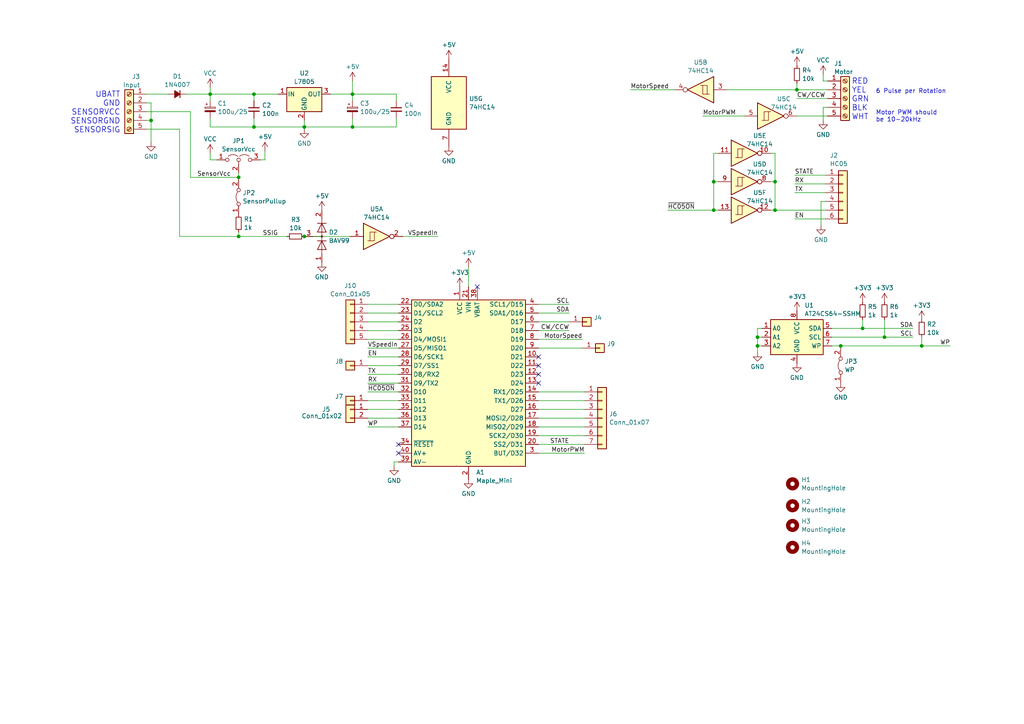
<source format=kicad_sch>
(kicad_sch (version 20230121) (generator eeschema)
  (paper "A4")
  (title_block (title "Tachokonverter") (date "2024-04-25") (rev "v0.2") (company "100% Offner") (comment 1 "v0.1: Initial") (comment 2 "v0.2: ch. U5, moved some pins around"))
  (lib_symbols
    (symbol "74xx:74HC14" (pin_names (offset 1.016))
      (property "Reference" "U" (at 0 1.27 0))
      (property "Value" "74HC14" (at 0 -1.27 0))
      (symbol "74HC14_1_0"
        (polyline (pts (xy -3.81 3.81) (xy -3.81 -3.81) (xy 3.81 0) (xy -3.81 3.81)) (stroke (width 0.254)) (fill (type background)))
        (pin input line (at -7.62 0 0) (length 3.81) (name "~") (number "1"))
        (pin output inverted (at 7.62 0 180) (length 3.81) (name "~") (number "2"))
      )
      (symbol "74HC14_1_1"
        (polyline (pts (xy -1.905 -1.27) (xy -1.905 1.27) (xy -0.635 1.27)))
        (polyline (pts (xy -2.54 -1.27) (xy -0.635 -1.27) (xy -0.635 1.27) (xy 0 1.27)))
      )
      (symbol "74HC14_2_0"
        (polyline (pts (xy -3.81 3.81) (xy -3.81 -3.81) (xy 3.81 0) (xy -3.81 3.81)) (stroke (width 0.254)) (fill (type background)))
        (pin input line (at -7.62 0 0) (length 3.81) (name "~") (number "3"))
        (pin output inverted (at 7.62 0 180) (length 3.81) (name "~") (number "4"))
      )
      (symbol "74HC14_2_1"
        (polyline (pts (xy -1.905 -1.27) (xy -1.905 1.27) (xy -0.635 1.27)))
        (polyline (pts (xy -2.54 -1.27) (xy -0.635 -1.27) (xy -0.635 1.27) (xy 0 1.27)))
      )
      (symbol "74HC14_3_0"
        (polyline (pts (xy -3.81 3.81) (xy -3.81 -3.81) (xy 3.81 0) (xy -3.81 3.81)) (stroke (width 0.254)) (fill (type background)))
        (pin input line (at -7.62 0 0) (length 3.81) (name "~") (number "5"))
        (pin output inverted (at 7.62 0 180) (length 3.81) (name "~") (number "6"))
      )
      (symbol "74HC14_3_1"
        (polyline (pts (xy -1.905 -1.27) (xy -1.905 1.27) (xy -0.635 1.27)))
        (polyline (pts (xy -2.54 -1.27) (xy -0.635 -1.27) (xy -0.635 1.27) (xy 0 1.27)))
      )
      (symbol "74HC14_4_0"
        (polyline (pts (xy -3.81 3.81) (xy -3.81 -3.81) (xy 3.81 0) (xy -3.81 3.81)) (stroke (width 0.254)) (fill (type background)))
        (pin output inverted (at 7.62 0 180) (length 3.81) (name "~") (number "8"))
        (pin input line (at -7.62 0 0) (length 3.81) (name "~") (number "9"))
      )
      (symbol "74HC14_4_1"
        (polyline (pts (xy -1.905 -1.27) (xy -1.905 1.27) (xy -0.635 1.27)))
        (polyline (pts (xy -2.54 -1.27) (xy -0.635 -1.27) (xy -0.635 1.27) (xy 0 1.27)))
      )
      (symbol "74HC14_5_0"
        (polyline (pts (xy -3.81 3.81) (xy -3.81 -3.81) (xy 3.81 0) (xy -3.81 3.81)) (stroke (width 0.254)) (fill (type background)))
        (pin output inverted (at 7.62 0 180) (length 3.81) (name "~") (number "10"))
        (pin input line (at -7.62 0 0) (length 3.81) (name "~") (number "11"))
      )
      (symbol "74HC14_5_1"
        (polyline (pts (xy -1.905 -1.27) (xy -1.905 1.27) (xy -0.635 1.27)))
        (polyline (pts (xy -2.54 -1.27) (xy -0.635 -1.27) (xy -0.635 1.27) (xy 0 1.27)))
      )
      (symbol "74HC14_6_0"
        (polyline (pts (xy -3.81 3.81) (xy -3.81 -3.81) (xy 3.81 0) (xy -3.81 3.81)) (stroke (width 0.254)) (fill (type background)))
        (pin output inverted (at 7.62 0 180) (length 3.81) (name "~") (number "12"))
        (pin input line (at -7.62 0 0) (length 3.81) (name "~") (number "13"))
      )
      (symbol "74HC14_6_1"
        (polyline (pts (xy -1.905 -1.27) (xy -1.905 1.27) (xy -0.635 1.27)))
        (polyline (pts (xy -2.54 -1.27) (xy -0.635 -1.27) (xy -0.635 1.27) (xy 0 1.27)))
      )
      (symbol "74HC14_7_0"
        (pin power_in line (at 0 12.7 270) (length 5.08) (name "VCC") (number "14"))
        (pin power_in line (at 0 -12.7 90) (length 5.08) (name "GND") (number "7"))
      )
      (symbol "74HC14_7_1"
        (rectangle (start -5.08 7.62) (end 5.08 -7.62) (stroke (width 0.254)) (fill (type background)))
      )
    )
    (symbol "Connector:Screw_Terminal_01x05" (pin_names (offset 1.016) hide)
      (property "Reference" "J" (at 0 7.62 0))
      (property "Value" "Screw_Terminal_01x05" (at 0 -7.62 0))
      (symbol "Screw_Terminal_01x05_1_1"
        (rectangle (start -1.27 6.35) (end 1.27 -6.35) (stroke (width 0.254)) (fill (type background)))
        (circle (center 0 -5.08) (radius 0.635) (stroke (width 0.1524)))
        (circle (center 0 -2.54) (radius 0.635) (stroke (width 0.1524)))
        (polyline (pts (xy -0.5334 -4.7498) (xy 0.3302 -5.588)) (stroke (width 0.1524)))
        (polyline (pts (xy -0.5334 -2.2098) (xy 0.3302 -3.048)) (stroke (width 0.1524)))
        (polyline (pts (xy -0.5334 0.3302) (xy 0.3302 -0.508)) (stroke (width 0.1524)))
        (polyline (pts (xy -0.5334 2.8702) (xy 0.3302 2.032)) (stroke (width 0.1524)))
        (polyline (pts (xy -0.5334 5.4102) (xy 0.3302 4.572)) (stroke (width 0.1524)))
        (polyline (pts (xy -0.3556 -4.572) (xy 0.508 -5.4102)) (stroke (width 0.1524)))
        (polyline (pts (xy -0.3556 -2.032) (xy 0.508 -2.8702)) (stroke (width 0.1524)))
        (polyline (pts (xy -0.3556 0.508) (xy 0.508 -0.3302)) (stroke (width 0.1524)))
        (polyline (pts (xy -0.3556 3.048) (xy 0.508 2.2098)) (stroke (width 0.1524)))
        (polyline (pts (xy -0.3556 5.588) (xy 0.508 4.7498)) (stroke (width 0.1524)))
        (circle (center 0 0) (radius 0.635) (stroke (width 0.1524)))
        (circle (center 0 2.54) (radius 0.635) (stroke (width 0.1524)))
        (circle (center 0 5.08) (radius 0.635) (stroke (width 0.1524)))
        (pin passive line (at -5.08 5.08 0) (length 3.81) (name "Pin_1") (number "1"))
        (pin passive line (at -5.08 2.54 0) (length 3.81) (name "Pin_2") (number "2"))
        (pin passive line (at -5.08 0 0) (length 3.81) (name "Pin_3") (number "3"))
        (pin passive line (at -5.08 -2.54 0) (length 3.81) (name "Pin_4") (number "4"))
        (pin passive line (at -5.08 -5.08 0) (length 3.81) (name "Pin_5") (number "5"))
      )
    )
    (symbol "Connector_Generic:Conn_01x01" (pin_names (offset 1.016) hide)
      (property "Reference" "J" (at 0 2.54 0))
      (property "Value" "Conn_01x01" (at 0 -2.54 0))
      (symbol "Conn_01x01_1_1"
        (rectangle (start -1.27 0.127) (end 0 -0.127) (stroke (width 0.1524)))
        (rectangle (start -1.27 1.27) (end 1.27 -1.27) (stroke (width 0.254)) (fill (type background)))
        (pin passive line (at -5.08 0 0) (length 3.81) (name "Pin_1") (number "1"))
      )
    )
    (symbol "Connector_Generic:Conn_01x02" (pin_names (offset 1.016) hide)
      (property "Reference" "J" (at 0 2.54 0))
      (property "Value" "Conn_01x02" (at 0 -5.08 0))
      (symbol "Conn_01x02_1_1"
        (rectangle (start -1.27 -2.413) (end 0 -2.667) (stroke (width 0.1524)))
        (rectangle (start -1.27 0.127) (end 0 -0.127) (stroke (width 0.1524)))
        (rectangle (start -1.27 1.27) (end 1.27 -3.81) (stroke (width 0.254)) (fill (type background)))
        (pin passive line (at -5.08 0 0) (length 3.81) (name "Pin_1") (number "1"))
        (pin passive line (at -5.08 -2.54 0) (length 3.81) (name "Pin_2") (number "2"))
      )
    )
    (symbol "Connector_Generic:Conn_01x05" (pin_names (offset 1.016) hide)
      (property "Reference" "J" (at 0 7.62 0))
      (property "Value" "Conn_01x05" (at 0 -7.62 0))
      (symbol "Conn_01x05_1_1"
        (rectangle (start -1.27 -4.953) (end 0 -5.207) (stroke (width 0.1524)))
        (rectangle (start -1.27 -2.413) (end 0 -2.667) (stroke (width 0.1524)))
        (rectangle (start -1.27 0.127) (end 0 -0.127) (stroke (width 0.1524)))
        (rectangle (start -1.27 2.667) (end 0 2.413) (stroke (width 0.1524)))
        (rectangle (start -1.27 5.207) (end 0 4.953) (stroke (width 0.1524)))
        (rectangle (start -1.27 6.35) (end 1.27 -6.35) (stroke (width 0.254)) (fill (type background)))
        (pin passive line (at -5.08 5.08 0) (length 3.81) (name "Pin_1") (number "1"))
        (pin passive line (at -5.08 2.54 0) (length 3.81) (name "Pin_2") (number "2"))
        (pin passive line (at -5.08 0 0) (length 3.81) (name "Pin_3") (number "3"))
        (pin passive line (at -5.08 -2.54 0) (length 3.81) (name "Pin_4") (number "4"))
        (pin passive line (at -5.08 -5.08 0) (length 3.81) (name "Pin_5") (number "5"))
      )
    )
    (symbol "Connector_Generic:Conn_01x06" (pin_names (offset 1.016) hide)
      (property "Reference" "J" (at 0 7.62 0))
      (property "Value" "Conn_01x06" (at 0 -10.16 0))
      (symbol "Conn_01x06_1_1"
        (rectangle (start -1.27 -7.493) (end 0 -7.747) (stroke (width 0.1524)))
        (rectangle (start -1.27 -4.953) (end 0 -5.207) (stroke (width 0.1524)))
        (rectangle (start -1.27 -2.413) (end 0 -2.667) (stroke (width 0.1524)))
        (rectangle (start -1.27 0.127) (end 0 -0.127) (stroke (width 0.1524)))
        (rectangle (start -1.27 2.667) (end 0 2.413) (stroke (width 0.1524)))
        (rectangle (start -1.27 5.207) (end 0 4.953) (stroke (width 0.1524)))
        (rectangle (start -1.27 6.35) (end 1.27 -8.89) (stroke (width 0.254)) (fill (type background)))
        (pin passive line (at -5.08 5.08 0) (length 3.81) (name "Pin_1") (number "1"))
        (pin passive line (at -5.08 2.54 0) (length 3.81) (name "Pin_2") (number "2"))
        (pin passive line (at -5.08 0 0) (length 3.81) (name "Pin_3") (number "3"))
        (pin passive line (at -5.08 -2.54 0) (length 3.81) (name "Pin_4") (number "4"))
        (pin passive line (at -5.08 -5.08 0) (length 3.81) (name "Pin_5") (number "5"))
        (pin passive line (at -5.08 -7.62 0) (length 3.81) (name "Pin_6") (number "6"))
      )
    )
    (symbol "Connector_Generic:Conn_01x07" (pin_names (offset 1.016) hide)
      (property "Reference" "J" (at 0 10.16 0))
      (property "Value" "Conn_01x07" (at 0 -10.16 0))
      (symbol "Conn_01x07_1_1"
        (rectangle (start -1.27 -7.493) (end 0 -7.747) (stroke (width 0.1524)))
        (rectangle (start -1.27 -4.953) (end 0 -5.207) (stroke (width 0.1524)))
        (rectangle (start -1.27 -2.413) (end 0 -2.667) (stroke (width 0.1524)))
        (rectangle (start -1.27 0.127) (end 0 -0.127) (stroke (width 0.1524)))
        (rectangle (start -1.27 2.667) (end 0 2.413) (stroke (width 0.1524)))
        (rectangle (start -1.27 5.207) (end 0 4.953) (stroke (width 0.1524)))
        (rectangle (start -1.27 7.747) (end 0 7.493) (stroke (width 0.1524)))
        (rectangle (start -1.27 8.89) (end 1.27 -8.89) (stroke (width 0.254)) (fill (type background)))
        (pin passive line (at -5.08 7.62 0) (length 3.81) (name "Pin_1") (number "1"))
        (pin passive line (at -5.08 5.08 0) (length 3.81) (name "Pin_2") (number "2"))
        (pin passive line (at -5.08 2.54 0) (length 3.81) (name "Pin_3") (number "3"))
        (pin passive line (at -5.08 0 0) (length 3.81) (name "Pin_4") (number "4"))
        (pin passive line (at -5.08 -2.54 0) (length 3.81) (name "Pin_5") (number "5"))
        (pin passive line (at -5.08 -5.08 0) (length 3.81) (name "Pin_6") (number "6"))
        (pin passive line (at -5.08 -7.62 0) (length 3.81) (name "Pin_7") (number "7"))
      )
    )
    (symbol "Device:C_Polarized_Small" (pin_numbers hide) (pin_names (offset 0.254) hide)
      (property "Reference" "C" (at 0.254 1.778 0))
      (property "Value" "C_Polarized_Small" (at 0.254 -2.032 0))
      (symbol "C_Polarized_Small_0_1"
        (rectangle (start -1.524 -0.3048) (end 1.524 -0.6858) (fill (type outline)))
        (rectangle (start -1.524 0.6858) (end 1.524 0.3048))
        (polyline (pts (xy -1.27 1.524) (xy -0.762 1.524)))
        (polyline (pts (xy -1.016 1.27) (xy -1.016 1.778)))
      )
      (symbol "C_Polarized_Small_1_1"
        (pin passive line (at 0 2.54 270) (length 1.8542) (name "~") (number "1"))
        (pin passive line (at 0 -2.54 90) (length 1.8542) (name "~") (number "2"))
      )
    )
    (symbol "Device:C_Small" (pin_numbers hide) (pin_names (offset 0.254) hide)
      (property "Reference" "C" (at 0.254 1.778 0))
      (property "Value" "C_Small" (at 0.254 -2.032 0))
      (symbol "C_Small_0_1"
        (polyline (pts (xy -1.524 -0.508) (xy 1.524 -0.508)) (stroke (width 0.3302)))
        (polyline (pts (xy -1.524 0.508) (xy 1.524 0.508)) (stroke (width 0.3048)))
      )
      (symbol "C_Small_1_1"
        (pin passive line (at 0 2.54 270) (length 2.032) (name "~") (number "1"))
        (pin passive line (at 0 -2.54 90) (length 2.032) (name "~") (number "2"))
      )
    )
    (symbol "Device:D_Small_Filled" (pin_numbers hide) (pin_names (offset 0.254) hide)
      (property "Reference" "D" (at -1.27 2.032 0))
      (property "Value" "D_Small_Filled" (at -3.81 -2.032 0))
      (symbol "D_Small_Filled_0_1"
        (polyline (pts (xy -0.762 -1.016) (xy -0.762 1.016)) (stroke (width 0.254)))
        (polyline (pts (xy -0.762 0) (xy 0.762 0)))
        (polyline (pts (xy 0.762 -1.016) (xy -0.762 0) (xy 0.762 1.016) (xy 0.762 -1.016)) (stroke (width 0.254)) (fill (type outline)))
      )
      (symbol "D_Small_Filled_1_1"
        (pin passive line (at -2.54 0 0) (length 1.778) (name "K") (number "1"))
        (pin passive line (at 2.54 0 180) (length 1.778) (name "A") (number "2"))
      )
    )
    (symbol "Device:R_Small" (pin_numbers hide) (pin_names (offset 0.254) hide)
      (property "Reference" "R" (at 0.762 0.508 0))
      (property "Value" "R_Small" (at 0.762 -1.016 0))
      (symbol "R_Small_0_1"
        (rectangle (start -0.762 1.778) (end 0.762 -1.778) (stroke (width 0.2032)))
      )
      (symbol "R_Small_1_1"
        (pin passive line (at 0 2.54 270) (length 0.762) (name "~") (number "1"))
        (pin passive line (at 0 -2.54 90) (length 0.762) (name "~") (number "2"))
      )
    )
    (symbol "Diode:BAV99" (pin_names hide)
      (property "Reference" "D" (at 0 5.08 0))
      (property "Value" "BAV99" (at 0 2.54 0))
      (symbol "BAV99_0_1"
        (polyline (pts (xy -5.08 0) (xy 5.08 0)))
      )
      (symbol "BAV99_1_1"
        (polyline (pts (xy 0 0) (xy 0 -2.54)))
        (polyline (pts (xy -1.27 -1.27) (xy -1.27 1.27) (xy -1.27 1.27)) (stroke (width 0.2032)))
        (polyline (pts (xy 3.81 1.27) (xy 3.81 -1.27) (xy 3.81 -1.27)) (stroke (width 0.2032)))
        (polyline (pts (xy -3.81 1.27) (xy -1.27 0) (xy -3.81 -1.27) (xy -3.81 1.27) (xy -3.81 1.27) (xy -3.81 1.27)) (stroke (width 0.2032)))
        (polyline (pts (xy 1.27 1.27) (xy 3.81 0) (xy 1.27 -1.27) (xy 1.27 1.27) (xy 1.27 1.27) (xy 1.27 1.27)) (stroke (width 0.2032)))
        (circle (center 0 0) (radius 0.254) (fill (type outline)))
        (pin passive line (at -7.62 0 0) (length 2.54) (name "K") (number "1"))
        (pin passive line (at 7.62 0 180) (length 2.54) (name "A") (number "2"))
        (pin passive line (at 0 -5.08 90) (length 2.54) (name "K") (number "3"))
      )
    )
    (symbol "Jumper:Jumper_2_Bridged" (pin_names (offset 0) hide)
      (property "Reference" "JP" (at 0 1.905 0))
      (property "Value" "Jumper_2_Bridged" (at 0 -2.54 0))
      (symbol "Jumper_2_Bridged_0_0"
        (circle (center -2.032 0) (radius 0.508))
        (circle (center 2.032 0) (radius 0.508))
      )
      (symbol "Jumper_2_Bridged_0_1"
        (arc (start 1.524 0.254) (mid 0 0.762) (end -1.524 0.254))
      )
      (symbol "Jumper_2_Bridged_1_1"
        (pin passive line (at -5.08 0 0) (length 2.54) (name "A") (number "1"))
        (pin passive line (at 5.08 0 180) (length 2.54) (name "B") (number "2"))
      )
    )
    (symbol "Jumper:Jumper_3_Open" (pin_names (offset 0) hide)
      (property "Reference" "JP" (at -2.54 -2.54 0))
      (property "Value" "Jumper_3_Open" (at 0 2.794 0))
      (symbol "Jumper_3_Open_0_0"
        (circle (center -3.302 0) (radius 0.508))
        (circle (center 0 0) (radius 0.508))
        (circle (center 3.302 0) (radius 0.508))
      )
      (symbol "Jumper_3_Open_0_1"
        (arc (start -0.254 1.016) (mid -1.651 1.4992) (end -3.048 1.016))
        (polyline (pts (xy 0 -0.508) (xy 0 -1.27)))
        (arc (start 3.048 1.016) (mid 1.651 1.4992) (end 0.254 1.016))
      )
      (symbol "Jumper_3_Open_1_1"
        (pin passive line (at -6.35 0 0) (length 2.54) (name "A") (number "1"))
        (pin passive line (at 0 -3.81 90) (length 2.54) (name "C") (number "2"))
        (pin passive line (at 6.35 0 180) (length 2.54) (name "B") (number "3"))
      )
    )
    (symbol "MCU_Module:Maple_Mini"
      (property "Reference" "A" (at -16.51 25.4 0))
      (property "Value" "Maple_Mini" (at 16.51 25.4 0))
      (symbol "Maple_Mini_0_1"
        (rectangle (start -16.51 24.13) (end 16.51 -24.13) (stroke (width 0.254)) (fill (type background)))
      )
      (symbol "Maple_Mini_1_1"
        (pin power_in line (at -2.54 27.94 270) (length 3.81) (name "VCC") (number "1"))
        (pin bidirectional line (at 20.32 7.62 180) (length 3.81) (name "D21") (number "10"))
        (pin bidirectional line (at 20.32 5.08 180) (length 3.81) (name "D22") (number "11"))
        (pin bidirectional line (at 20.32 2.54 180) (length 3.81) (name "D23") (number "12"))
        (pin bidirectional line (at 20.32 0 180) (length 3.81) (name "D24") (number "13"))
        (pin bidirectional line (at 20.32 -2.54 180) (length 3.81) (name "RX1/D25") (number "14"))
        (pin bidirectional line (at 20.32 -5.08 180) (length 3.81) (name "TX1/D26") (number "15"))
        (pin bidirectional line (at 20.32 -7.62 180) (length 3.81) (name "D27") (number "16"))
        (pin bidirectional line (at 20.32 -10.16 180) (length 3.81) (name "MOSI2/D28") (number "17"))
        (pin bidirectional line (at 20.32 -12.7 180) (length 3.81) (name "MISO2/D29") (number "18"))
        (pin bidirectional line (at 20.32 -15.24 180) (length 3.81) (name "SCK2/D30") (number "19"))
        (pin power_in line (at 0 -27.94 90) (length 3.81) (name "GND") (number "2"))
        (pin bidirectional line (at 20.32 -17.78 180) (length 3.81) (name "SS2/D31") (number "20"))
        (pin power_in line (at 0 27.94 270) (length 3.81) (name "VIN") (number "21"))
        (pin bidirectional line (at -20.32 22.86 0) (length 3.81) (name "D0/SDA2") (number "22"))
        (pin bidirectional line (at -20.32 20.32 0) (length 3.81) (name "D1/SCL2") (number "23"))
        (pin bidirectional line (at -20.32 17.78 0) (length 3.81) (name "D2") (number "24"))
        (pin bidirectional line (at -20.32 15.24 0) (length 3.81) (name "D3") (number "25"))
        (pin bidirectional line (at -20.32 12.7 0) (length 3.81) (name "D4/MOSI1") (number "26"))
        (pin bidirectional line (at -20.32 10.16 0) (length 3.81) (name "D5/MISO1") (number "27"))
        (pin bidirectional line (at -20.32 7.62 0) (length 3.81) (name "D6/SCK1") (number "28"))
        (pin bidirectional line (at -20.32 5.08 0) (length 3.81) (name "D7/SS1") (number "29"))
        (pin bidirectional line (at 20.32 -20.32 180) (length 3.81) (name "BUT/D32") (number "3"))
        (pin bidirectional line (at -20.32 2.54 0) (length 3.81) (name "D8/RX2") (number "30"))
        (pin bidirectional line (at -20.32 0 0) (length 3.81) (name "D9/TX2") (number "31"))
        (pin bidirectional line (at -20.32 -2.54 0) (length 3.81) (name "D10") (number "32"))
        (pin bidirectional line (at -20.32 -5.08 0) (length 3.81) (name "D11") (number "33"))
        (pin input line (at -20.32 -17.78 0) (length 3.81) (name "~{RESET}") (number "34"))
        (pin bidirectional line (at -20.32 -7.62 0) (length 3.81) (name "D12") (number "35"))
        (pin bidirectional line (at -20.32 -10.16 0) (length 3.81) (name "D13") (number "36"))
        (pin bidirectional line (at -20.32 -12.7 0) (length 3.81) (name "D14") (number "37"))
        (pin power_in line (at 2.54 27.94 270) (length 3.81) (name "VBAT") (number "38"))
        (pin output line (at -20.32 -22.86 0) (length 3.81) (name "AV-") (number "39"))
        (pin bidirectional line (at 20.32 22.86 180) (length 3.81) (name "SCL1/D15") (number "4"))
        (pin output line (at -20.32 -20.32 0) (length 3.81) (name "AV+") (number "40"))
        (pin bidirectional line (at 20.32 20.32 180) (length 3.81) (name "SDA1/D16") (number "5"))
        (pin bidirectional line (at 20.32 17.78 180) (length 3.81) (name "D17") (number "6"))
        (pin bidirectional line (at 20.32 15.24 180) (length 3.81) (name "D18") (number "7"))
        (pin bidirectional line (at 20.32 12.7 180) (length 3.81) (name "D19") (number "8"))
        (pin bidirectional line (at 20.32 10.16 180) (length 3.81) (name "D20") (number "9"))
      )
    )
    (symbol "Mechanical:MountingHole" (pin_names (offset 1.016))
      (property "Reference" "H" (at 0 5.08 0))
      (property "Value" "MountingHole" (at 0 3.175 0))
      (symbol "MountingHole_0_1"
        (circle (center 0 0) (radius 1.27) (stroke (width 1.27)))
      )
    )
    (symbol "Memory_EEPROM:AT24CS64-SSHM"
      (property "Reference" "U" (at -7.62 6.35 0))
      (property "Value" "AT24CS64-SSHM" (at 2.54 -6.35 0))
      (symbol "AT24CS64-SSHM_1_1"
        (rectangle (start -7.62 5.08) (end 7.62 -5.08) (stroke (width 0.254)) (fill (type background)))
        (pin input line (at -10.16 2.54 0) (length 2.54) (name "A0") (number "1"))
        (pin input line (at -10.16 0 0) (length 2.54) (name "A1") (number "2"))
        (pin input line (at -10.16 -2.54 0) (length 2.54) (name "A2") (number "3"))
        (pin power_in line (at 0 -7.62 90) (length 2.54) (name "GND") (number "4"))
        (pin bidirectional line (at 10.16 2.54 180) (length 2.54) (name "SDA") (number "5"))
        (pin input line (at 10.16 0 180) (length 2.54) (name "SCL") (number "6"))
        (pin input line (at 10.16 -2.54 180) (length 2.54) (name "WP") (number "7"))
        (pin power_in line (at 0 7.62 270) (length 2.54) (name "VCC") (number "8"))
      )
    )
    (symbol "Regulator_Linear:L7805" (pin_names (offset 0.254))
      (property "Reference" "U" (at -3.81 3.175 0))
      (property "Value" "L7805" (at 0 3.175 0))
      (symbol "L7805_0_1"
        (rectangle (start -5.08 1.905) (end 5.08 -5.08) (stroke (width 0.254)) (fill (type background)))
      )
      (symbol "L7805_1_1"
        (pin power_in line (at -7.62 0 0) (length 2.54) (name "IN") (number "1"))
        (pin power_in line (at 0 -7.62 90) (length 2.54) (name "GND") (number "2"))
        (pin power_out line (at 7.62 0 180) (length 2.54) (name "OUT") (number "3"))
      )
    )
    (symbol "power:+3V3" (power) (pin_names (offset 0))
      (property "Value" "+3V3" (at 0 3.556 0))
      (symbol "+3V3_0_1"
        (polyline (pts (xy -0.762 1.27) (xy 0 2.54)))
        (polyline (pts (xy 0 0) (xy 0 2.54)))
        (polyline (pts (xy 0 2.54) (xy 0.762 1.27)))
      )
      (symbol "+3V3_1_1"
        (pin power_in line (at 0 0 90) (length 0) hide (name "+3V3") (number "1"))
      )
    )
    (symbol "power:+5V" (power) (pin_names (offset 0))
      (property "Value" "+5V" (at 0 3.556 0))
      (symbol "+5V_0_1"
        (polyline (pts (xy -0.762 1.27) (xy 0 2.54)))
        (polyline (pts (xy 0 0) (xy 0 2.54)))
        (polyline (pts (xy 0 2.54) (xy 0.762 1.27)))
      )
      (symbol "+5V_1_1"
        (pin power_in line (at 0 0 90) (length 0) hide (name "+5V") (number "1"))
      )
    )
    (symbol "power:GND" (power) (pin_names (offset 0))
      (property "Value" "GND" (at 0 -3.81 0))
      (symbol "GND_0_1"
        (polyline (pts (xy 0 0) (xy 0 -1.27) (xy 1.27 -1.27) (xy 0 -2.54) (xy -1.27 -1.27) (xy 0 -1.27)))
      )
      (symbol "GND_1_1"
        (pin power_in line (at 0 0 270) (length 0) hide (name "GND") (number "1"))
      )
    )
    (symbol "power:VCC" (power) (pin_names (offset 0))
      (property "Value" "VCC" (at 0 3.81 0))
      (symbol "VCC_0_1"
        (polyline (pts (xy -0.762 1.27) (xy 0 2.54)))
        (polyline (pts (xy 0 0) (xy 0 2.54)))
        (polyline (pts (xy 0 2.54) (xy 0.762 1.27)))
      )
      (symbol "VCC_1_1"
        (pin power_in line (at 0 0 90) (length 0) hide (name "VCC") (number "1"))
      )
    )
  )
  (junction (at 88.265 36.83))
  (junction (at 73.66 27.305))
  (junction (at 69.215 51.435))
  (junction (at 267.335 100.33))
  (junction (at 88.265 68.58))
  (junction (at 224.79 52.705))
  (junction (at 43.815 34.925))
  (junction (at 102.235 27.305))
  (junction (at 73.66 36.83))
  (junction (at 207.01 60.96))
  (junction (at 219.71 97.79))
  (junction (at 224.79 60.96))
  (junction (at 219.71 100.33))
  (junction (at 69.215 68.58))
  (junction (at 102.235 36.83))
  (junction (at 256.54 97.79))
  (junction (at 231.14 26.035))
  (junction (at 207.01 52.705))
  (junction (at 250.19 95.25))
  (junction (at 243.84 100.33))
  (junction (at 60.96 27.305))
  (no_connect (at 156.21 108.585))
  (no_connect (at 115.57 131.445))
  (no_connect (at 156.21 111.125))
  (no_connect (at 156.21 103.505))
  (no_connect (at 156.21 106.045))
  (no_connect (at 115.57 128.905))
  (no_connect (at 138.43 83.185))
  (wire (pts (xy 241.3 100.33) (xy 243.84 100.33)))
  (wire (pts (xy 106.68 111.125) (xy 115.57 111.125)))
  (wire (pts (xy 243.84 100.33) (xy 267.335 100.33)))
  (wire (pts (xy 106.68 108.585) (xy 115.57 108.585)))
  (wire (pts (xy 106.68 123.825) (xy 115.57 123.825)))
  (wire (pts (xy 83.185 68.58) (xy 69.215 68.58)))
  (wire (pts (xy 238.76 21.59) (xy 238.76 23.495)))
  (wire (pts (xy 106.68 103.505) (xy 115.57 103.505)))
  (wire (pts (xy 230.505 50.8) (xy 239.395 50.8)))
  (wire (pts (xy 73.66 36.83) (xy 88.265 36.83)))
  (wire (pts (xy 182.88 26.035) (xy 195.58 26.035)))
  (wire (pts (xy 156.21 88.265) (xy 165.1 88.265)))
  (wire (pts (xy 73.66 27.305) (xy 73.66 29.21)))
  (wire (pts (xy 203.835 33.655) (xy 215.9 33.655)))
  (wire (pts (xy 106.68 106.045) (xy 115.57 106.045)))
  (wire (pts (xy 241.3 97.79) (xy 256.54 97.79)))
  (wire (pts (xy 52.07 68.58) (xy 52.07 37.465)))
  (wire (pts (xy 156.21 116.205) (xy 169.545 116.205)))
  (wire (pts (xy 76.835 43.815) (xy 76.835 46.355)))
  (wire (pts (xy 43.815 34.925) (xy 43.815 41.275)))
  (wire (pts (xy 231.14 33.655) (xy 240.03 33.655)))
  (wire (pts (xy 80.645 27.305) (xy 73.66 27.305)))
  (wire (pts (xy 69.215 51.435) (xy 55.245 51.435)))
  (wire (pts (xy 106.68 113.665) (xy 115.57 113.665)))
  (wire (pts (xy 114.935 27.305) (xy 114.935 29.21)))
  (wire (pts (xy 73.66 27.305) (xy 60.96 27.305)))
  (wire (pts (xy 106.68 121.285) (xy 115.57 121.285)))
  (wire (pts (xy 219.71 100.33) (xy 220.98 100.33)))
  (wire (pts (xy 238.76 31.115) (xy 238.76 34.925)))
  (wire (pts (xy 156.21 121.285) (xy 169.545 121.285)))
  (wire (pts (xy 156.21 113.665) (xy 169.545 113.665)))
  (wire (pts (xy 114.3 133.985) (xy 115.57 133.985)))
  (wire (pts (xy 238.125 58.42) (xy 238.125 65.405)))
  (wire (pts (xy 224.79 60.96) (xy 239.395 60.96)))
  (wire (pts (xy 156.21 95.885) (xy 165.1 95.885)))
  (wire (pts (xy 224.79 60.96) (xy 223.52 60.96)))
  (wire (pts (xy 42.545 34.925) (xy 43.815 34.925)))
  (wire (pts (xy 73.66 34.29) (xy 73.66 36.83)))
  (wire (pts (xy 230.505 53.34) (xy 239.395 53.34)))
  (wire (pts (xy 69.215 68.58) (xy 69.215 67.31)))
  (wire (pts (xy 238.76 31.115) (xy 240.03 31.115)))
  (wire (pts (xy 156.21 131.445) (xy 169.545 131.445)))
  (wire (pts (xy 156.21 118.745) (xy 169.545 118.745)))
  (wire (pts (xy 156.21 128.905) (xy 169.545 128.905)))
  (wire (pts (xy 156.21 100.965) (xy 168.91 100.965)))
  (wire (pts (xy 267.335 100.33) (xy 275.59 100.33)))
  (wire (pts (xy 42.545 37.465) (xy 52.07 37.465)))
  (wire (pts (xy 88.265 36.83) (xy 88.265 34.925)))
  (wire (pts (xy 219.71 100.33) (xy 219.71 102.235)))
  (wire (pts (xy 210.82 26.035) (xy 231.14 26.035)))
  (wire (pts (xy 60.96 44.45) (xy 60.96 46.355)))
  (wire (pts (xy 250.19 92.71) (xy 250.19 95.25)))
  (wire (pts (xy 230.505 63.5) (xy 239.395 63.5)))
  (wire (pts (xy 106.68 118.745) (xy 115.57 118.745)))
  (wire (pts (xy 207.01 52.705) (xy 207.01 60.96)))
  (wire (pts (xy 156.21 93.345) (xy 165.1 93.345)))
  (wire (pts (xy 156.21 90.805) (xy 165.1 90.805)))
  (wire (pts (xy 224.79 44.45) (xy 224.79 52.705)))
  (wire (pts (xy 60.96 36.83) (xy 73.66 36.83)))
  (wire (pts (xy 106.68 95.885) (xy 115.57 95.885)))
  (wire (pts (xy 42.545 27.305) (xy 48.895 27.305)))
  (wire (pts (xy 220.98 95.25) (xy 219.71 95.25)))
  (wire (pts (xy 53.975 27.305) (xy 60.96 27.305)))
  (wire (pts (xy 207.01 60.96) (xy 208.28 60.96)))
  (wire (pts (xy 55.245 51.435) (xy 55.245 32.385)))
  (wire (pts (xy 76.835 46.355) (xy 75.565 46.355)))
  (wire (pts (xy 223.52 44.45) (xy 224.79 44.45)))
  (wire (pts (xy 114.935 27.305) (xy 102.235 27.305)))
  (wire (pts (xy 238.125 58.42) (xy 239.395 58.42)))
  (wire (pts (xy 156.21 126.365) (xy 169.545 126.365)))
  (wire (pts (xy 135.89 77.47) (xy 135.89 83.185)))
  (wire (pts (xy 106.68 88.265) (xy 115.57 88.265)))
  (wire (pts (xy 156.21 98.425) (xy 168.91 98.425)))
  (wire (pts (xy 102.235 23.495) (xy 102.235 27.305)))
  (wire (pts (xy 88.265 36.83) (xy 102.235 36.83)))
  (wire (pts (xy 219.71 97.79) (xy 219.71 100.33)))
  (wire (pts (xy 207.01 52.705) (xy 208.28 52.705)))
  (wire (pts (xy 231.14 24.13) (xy 231.14 26.035)))
  (wire (pts (xy 60.96 34.29) (xy 60.96 36.83)))
  (wire (pts (xy 102.235 36.83) (xy 114.935 36.83)))
  (wire (pts (xy 256.54 92.71) (xy 256.54 97.79)))
  (wire (pts (xy 106.68 90.805) (xy 115.57 90.805)))
  (wire (pts (xy 60.96 25.4) (xy 60.96 27.305)))
  (wire (pts (xy 207.01 44.45) (xy 207.01 52.705)))
  (wire (pts (xy 69.215 50.165) (xy 69.215 51.435)))
  (wire (pts (xy 43.815 29.845) (xy 43.815 34.925)))
  (wire (pts (xy 114.3 135.255) (xy 114.3 133.985)))
  (wire (pts (xy 256.54 97.79) (xy 264.795 97.79)))
  (wire (pts (xy 250.19 95.25) (xy 264.795 95.25)))
  (wire (pts (xy 102.235 27.305) (xy 102.235 29.21)))
  (wire (pts (xy 156.21 123.825) (xy 169.545 123.825)))
  (wire (pts (xy 60.96 27.305) (xy 60.96 29.21)))
  (wire (pts (xy 219.71 97.79) (xy 220.98 97.79)))
  (wire (pts (xy 238.76 23.495) (xy 240.03 23.495)))
  (wire (pts (xy 106.68 93.345) (xy 115.57 93.345)))
  (wire (pts (xy 243.84 100.33) (xy 243.84 100.965)))
  (wire (pts (xy 88.265 68.58) (xy 101.6 68.58)))
  (wire (pts (xy 69.215 68.58) (xy 52.07 68.58)))
  (wire (pts (xy 241.3 95.25) (xy 250.19 95.25)))
  (wire (pts (xy 231.14 28.575) (xy 240.03 28.575)))
  (wire (pts (xy 114.935 34.29) (xy 114.935 36.83)))
  (wire (pts (xy 42.545 32.385) (xy 55.245 32.385)))
  (wire (pts (xy 102.235 34.29) (xy 102.235 36.83)))
  (wire (pts (xy 60.96 46.355) (xy 62.865 46.355)))
  (wire (pts (xy 95.885 27.305) (xy 102.235 27.305)))
  (wire (pts (xy 106.68 100.965) (xy 115.57 100.965)))
  (wire (pts (xy 106.68 116.205) (xy 115.57 116.205)))
  (wire (pts (xy 116.84 68.58) (xy 127 68.58)))
  (wire (pts (xy 230.505 55.88) (xy 239.395 55.88)))
  (wire (pts (xy 219.71 95.25) (xy 219.71 97.79)))
  (wire (pts (xy 223.52 52.705) (xy 224.79 52.705)))
  (wire (pts (xy 42.545 29.845) (xy 43.815 29.845)))
  (wire (pts (xy 69.215 51.435) (xy 69.215 52.07)))
  (wire (pts (xy 208.28 44.45) (xy 207.01 44.45)))
  (wire (pts (xy 193.675 60.96) (xy 207.01 60.96)))
  (wire (pts (xy 224.79 52.705) (xy 224.79 60.96)))
  (wire (pts (xy 106.68 98.425) (xy 115.57 98.425)))
  (wire (pts (xy 267.335 97.79) (xy 267.335 100.33)))
  (wire (pts (xy 231.14 26.035) (xy 240.03 26.035)))
  (wire (pts (xy 88.265 37.465) (xy 88.265 36.83)))
  (text "RED\nYEL\nGRN\nBLK\nWHT" (at 247.015 34.925 0) (effects (font (size 1.6 1.6)) (justify left bottom)))
  (text "6 Pulse per Rotation" (at 254 27.305 0) (effects (font (size 1.27 1.27)) (justify left bottom)))
  (text "Motor PWM should \nbe 10-20kHz" (at 254 35.56 0) (effects (font (size 1.27 1.27)) (justify left bottom)))
  (text "UBATT\nGND\nSENSORVCC\nSENSORGND\nSENSORSIG" (at 34.925 38.735 0) (effects (font (size 1.6 1.6)) (justify right bottom)))
  (label "SCL" (at 264.795 97.79 180))
  (label "CW{slash}CCW" (at 165.1 95.885 180))
  (label "EN" (at 230.505 63.5 0))
  (label "RX" (at 230.505 53.34 0))
  (label "VSpeedIn" (at 106.68 100.965 0))
  (label "CW{slash}CCW" (at 231.14 28.575 0))
  (label "MotorSpeed" (at 168.91 98.425 180))
  (label "VSpeedIn" (at 127 68.58 180))
  (label "WP" (at 275.59 100.33 180))
  (label "SSIG" (at 80.645 68.58 180))
  (label "STATE" (at 230.505 50.8 0))
  (label "SCL" (at 165.1 88.265 180))
  (label "MotorPWM" (at 169.545 131.445 180))
  (label "~{HC05ON}" (at 193.675 60.96 0))
  (label "STATE" (at 165.1 128.905 180))
  (label "RX" (at 106.68 111.125 0))
  (label "SensorVcc" (at 57.15 51.435 0))
  (label "WP" (at 106.68 123.825 0))
  (label "TX" (at 106.68 108.585 0))
  (label "MotorSpeed" (at 182.88 26.035 0))
  (label "EN" (at 106.68 103.505 0))
  (label "~{HC05ON}" (at 106.68 113.665 0))
  (label "TX" (at 230.505 55.88 0))
  (label "SDA" (at 165.1 90.805 180))
  (label "MotorPWM" (at 203.835 33.655 0))
  (label "SDA" (at 264.795 95.25 180))
  (symbol (lib_id "Connector_Generic:Conn_01x01") (at 170.18 93.345 0) (unit 1)
    (property "Reference" "J4" (at 172.212 92.1329 0) (effects (justify left)))
    (property "Value" "Conn_01x01" (effects hide))
    (property "Footprint" "Connector_PinHeader_2.54mm:PinHeader_1x01_P2.54mm_Vertical" (effects hide))
  )
  (symbol (lib_id "Device:R_Small") (at 267.335 95.25 0) (unit 1)
    (property "Reference" "R2" (at 268.8336 94.0379 0) (effects (justify left)))
    (property "Value" "10k" (at 268.8336 96.4621 0) (effects (justify left)))
    (property "Footprint" "Resistor_SMD:R_1206_3216Metric_Pad1.30x1.75mm_HandSolder" (effects hide))
  )
  (symbol (lib_id "Connector:Screw_Terminal_01x05") (at 245.11 28.575 0) (unit 1)
    (property "Reference" "J1" (at 241.935 18.415 0) (effects (justify left)))
    (property "Value" "Motor" (at 241.935 20.8392 0) (effects (justify left)))
    (property "Footprint" "TerminalBlock_MetzConnect:TerminalBlock_MetzConnect_Type094_RT03505HBLU_1x05_P5.00mm_Horizontal" (effects hide))
  )
  (symbol (lib_id "power:GND") (at 114.3 135.255 0) (unit 1)
    (property "Reference" "#PWR023" (effects hide))
    (property "Value" "GND" (at 114.3 139.3881 0))
  )
  (symbol (lib_id "Jumper:Jumper_2_Bridged") (at 69.215 57.15 90) (unit 1)
    (property "Reference" "JP2" (at 70.358 55.9379 90) (effects (justify right)))
    (property "Value" "SensorPullup" (at 70.358 58.3621 90) (effects (justify right)))
    (property "Footprint" "Jumper:SolderJumper-2_P1.3mm_Bridged_RoundedPad1.0x1.5mm" (effects hide))
  )
  (symbol (lib_id "power:GND") (at 88.265 37.465 0) (unit 1)
    (property "Reference" "#PWR012" (effects hide))
    (property "Value" "GND" (at 88.265 41.5981 0))
  )
  (symbol (lib_id "power:VCC") (at 60.96 25.4 0) (unit 1)
    (property "Reference" "#PWR013" (effects hide))
    (property "Value" "VCC" (at 60.96 21.2669 0))
  )
  (symbol (lib_id "Mechanical:MountingHole") (at 229.87 152.4 0) (unit 1)
    (property "Reference" "H3" (at 232.41 151.1879 0) (effects (justify left)))
    (property "Value" "MountingHole" (at 232.41 153.6121 0) (effects (justify left)))
    (property "Footprint" "MountingHole:MountingHole_2.7mm_M2.5" (effects hide))
  )
  (symbol (lib_id "power:+3V3") (at 250.19 87.63 0) (unit 1)
    (property "Reference" "#PWR025" (effects hide))
    (property "Value" "+3V3" (at 250.19 83.4969 0))
  )
  (symbol (lib_id "74xx:74HC14") (at 109.22 68.58 0) (unit 1)
    (property "Reference" "U5" (at 109.22 60.6257 0))
    (property "Value" "74HC14" (at 109.22 63.0499 0))
    (property "Footprint" "Package_SO:SOIC-14_3.9x8.7mm_P1.27mm" (effects hide))
    (property "Datasheet" "http://www.ti.com/lit/gpn/sn74HC14" (effects hide))
  )
  (symbol (lib_id "Connector_Generic:Conn_01x01") (at 173.99 100.965 0) (unit 1)
    (property "Reference" "J9" (at 176.022 99.7529 0) (effects (justify left)))
    (property "Value" "Conn_01x01" (effects hide))
    (property "Footprint" "Connector_PinHeader_2.54mm:PinHeader_1x01_P2.54mm_Vertical" (effects hide))
  )
  (symbol (lib_id "MCU_Module:Maple_Mini") (at 135.89 111.125 0) (unit 1)
    (property "Reference" "A1" (at 138.0841 136.9751 0) (effects (justify left)))
    (property "Value" "Maple_Mini" (at 138.0841 139.3993 0) (effects (justify left)))
    (property "Footprint" "Module:Maple_Mini" (effects hide))
    (property "Datasheet" "http://docs.leaflabs.com/static.leaflabs.com/pub/leaflabs/maple-docs/0.0.12/hardware/maple-mini.html" (effects hide))
  )
  (symbol (lib_id "power:GND") (at 238.76 34.925 0) (unit 1)
    (property "Reference" "#PWR010" (effects hide))
    (property "Value" "GND" (at 238.76 39.0581 0))
  )
  (symbol (lib_id "Diode:BAV99") (at 93.345 68.58 270) (mirror x) (unit 1)
    (property "Reference" "D2" (at 95.3516 67.3679 90) (effects (justify left)))
    (property "Value" "BAV99" (at 95.3516 69.7921 90) (effects (justify left)))
    (property "Footprint" "Package_TO_SOT_SMD:SOT-23_Handsoldering" (effects hide))
    (property "Datasheet" "https://assets.nexperia.com/documents/data-sheet/BAV99_SER.pdf" (effects hide))
  )
  (symbol (lib_id "Jumper:Jumper_2_Bridged") (at 243.84 106.045 90) (unit 1)
    (property "Reference" "JP3" (at 244.983 104.8329 90) (effects (justify right)))
    (property "Value" "WP" (at 244.983 107.2571 90) (effects (justify right)))
    (property "Footprint" "Jumper:SolderJumper-2_P1.3mm_Bridged_RoundedPad1.0x1.5mm" (effects hide))
  )
  (symbol (lib_id "power:+5V") (at 102.235 23.495 0) (unit 1)
    (property "Reference" "#PWR014" (effects hide))
    (property "Value" "+5V" (at 102.235 19.3619 0))
  )
  (symbol (lib_id "power:GND") (at 93.345 76.2 0) (unit 1)
    (property "Reference" "#PWR020" (effects hide))
    (property "Value" "GND" (at 93.345 80.3331 0))
  )
  (symbol (lib_id "Connector_Generic:Conn_01x01") (at 101.6 106.045 0) (mirror y) (unit 1)
    (property "Reference" "J8" (at 99.568 104.8329 0) (effects (justify left)))
    (property "Value" "Conn_01x01" (effects hide))
    (property "Footprint" "Connector_PinHeader_2.54mm:PinHeader_1x01_P2.54mm_Vertical" (effects hide))
  )
  (symbol (lib_id "74xx:74HC14") (at 223.52 33.655 0) (unit 3)
    (property "Reference" "U5" (at 227.33 28.6908 0))
    (property "Value" "74HC14" (at 227.33 31.115 0))
    (property "Footprint" "Package_SO:SOIC-14_3.9x8.7mm_P1.27mm" (effects hide))
    (property "Datasheet" "http://www.ti.com/lit/gpn/sn74HC14" (effects hide))
  )
  (symbol (lib_id "power:+3V3") (at 267.335 92.71 0) (unit 1)
    (property "Reference" "#PWR018" (effects hide))
    (property "Value" "+3V3" (at 267.335 88.5769 0))
  )
  (symbol (lib_id "power:+3V3") (at 133.35 83.185 0) (unit 1)
    (property "Reference" "#PWR04" (effects hide))
    (property "Value" "+3V3" (at 133.35 79.0519 0))
  )
  (symbol (lib_id "power:GND") (at 238.125 65.405 0) (unit 1)
    (property "Reference" "#PWR06" (effects hide))
    (property "Value" "GND" (at 238.125 69.5381 0))
  )
  (symbol (lib_id "Connector_Generic:Conn_01x02") (at 101.6 118.745 0) (mirror y) (unit 1)
    (property "Reference" "J5" (at 94.615 118.745 0))
    (property "Value" "Conn_01x02" (at 93.345 120.65 0))
    (property "Footprint" "Connector_PinHeader_2.54mm:PinHeader_1x02_P2.54mm_Vertical" (effects hide))
  )
  (symbol (lib_id "Device:R_Small") (at 69.215 64.77 0) (unit 1)
    (property "Reference" "R1" (at 70.7136 63.5579 0) (effects (justify left)))
    (property "Value" "1k" (at 70.7136 65.9821 0) (effects (justify left)))
    (property "Footprint" "Resistor_SMD:R_1206_3216Metric_Pad1.30x1.75mm_HandSolder" (effects hide))
  )
  (symbol (lib_id "power:+3V3") (at 256.54 87.63 0) (unit 1)
    (property "Reference" "#PWR026" (effects hide))
    (property "Value" "+3V3" (at 256.54 83.4969 0))
  )
  (symbol (lib_id "Device:R_Small") (at 256.54 90.17 0) (unit 1)
    (property "Reference" "R6" (at 258.0386 88.9579 0) (effects (justify left)))
    (property "Value" "1k" (at 258.0386 91.3821 0) (effects (justify left)))
    (property "Footprint" "Resistor_SMD:R_1206_3216Metric_Pad1.30x1.75mm_HandSolder" (effects hide))
  )
  (symbol (lib_id "power:GND") (at 43.815 41.275 0) (unit 1)
    (property "Reference" "#PWR011" (effects hide))
    (property "Value" "GND" (at 43.815 45.4081 0))
  )
  (symbol (lib_id "Connector_Generic:Conn_01x06") (at 244.475 55.88 0) (unit 1)
    (property "Reference" "J2" (at 240.665 45.085 0) (effects (justify left)))
    (property "Value" "HC05" (at 240.665 47.5092 0) (effects (justify left)))
    (property "Footprint" "Connector_PinHeader_2.54mm:PinHeader_1x06_P2.54mm_Vertical" (effects hide))
  )
  (symbol (lib_id "power:GND") (at 130.175 42.545 0) (unit 1)
    (property "Reference" "#PWR029" (effects hide))
    (property "Value" "GND" (at 130.175 46.6781 0))
  )
  (symbol (lib_id "power:VCC") (at 60.96 44.45 0) (unit 1)
    (property "Reference" "#PWR015" (effects hide))
    (property "Value" "VCC" (at 60.96 40.3169 0))
  )
  (symbol (lib_id "74xx:74HC14") (at 215.9 60.96 0) (unit 6)
    (property "Reference" "U5" (at 220.345 55.88 0))
    (property "Value" "74HC14" (at 220.345 58.3042 0))
    (property "Footprint" "Package_SO:SOIC-14_3.9x8.7mm_P1.27mm" (effects hide))
    (property "Datasheet" "http://www.ti.com/lit/gpn/sn74HC14" (effects hide))
  )
  (symbol (lib_id "Connector_Generic:Conn_01x07") (at 174.625 121.285 0) (unit 1)
    (property "Reference" "J6" (at 176.657 120.0729 0) (effects (justify left)))
    (property "Value" "Conn_01x07" (at 176.657 122.4971 0) (effects (justify left)))
    (property "Footprint" "Connector_PinHeader_2.54mm:PinHeader_1x07_P2.54mm_Vertical" (effects hide))
  )
  (symbol (lib_id "Jumper:Jumper_3_Open") (at 69.215 46.355 0) (unit 1)
    (property "Reference" "JP1" (at 69.215 40.8385 0))
    (property "Value" "SensorVcc" (at 69.215 43.2627 0))
    (property "Footprint" "Connector_PinHeader_2.54mm:PinHeader_1x03_P2.54mm_Vertical" (effects hide))
  )
  (symbol (lib_id "74xx:74HC14") (at 130.175 29.845 0) (unit 7)
    (property "Reference" "U5" (at 136.017 28.6329 0) (effects (justify left)))
    (property "Value" "74HC14" (at 136.017 31.0571 0) (effects (justify left)))
    (property "Footprint" "Package_SO:SOIC-14_3.9x8.7mm_P1.27mm" (effects hide))
    (property "Datasheet" "http://www.ti.com/lit/gpn/sn74HC14" (effects hide))
  )
  (symbol (lib_id "Device:C_Polarized_Small") (at 60.96 31.75 0) (unit 1)
    (property "Reference" "C1" (at 63.119 29.9918 0) (effects (justify left)))
    (property "Value" "100u/25" (at 63.119 32.416 0) (effects (justify left)))
    (property "Footprint" "Capacitor_Tantalum_SMD:CP_EIA-7343-31_Kemet-D" (effects hide))
  )
  (symbol (lib_id "74xx:74HC14") (at 203.2 26.035 0) (mirror y) (unit 2)
    (property "Reference" "U5" (at 203.2 18.0807 0))
    (property "Value" "74HC14" (at 203.2 20.5049 0))
    (property "Footprint" "Package_SO:SOIC-14_3.9x8.7mm_P1.27mm" (effects hide))
    (property "Datasheet" "http://www.ti.com/lit/gpn/sn74HC14" (effects hide))
  )
  (symbol (lib_id "Device:C_Small") (at 73.66 31.75 0) (unit 1)
    (property "Reference" "C2" (at 75.9841 30.5442 0) (effects (justify left)))
    (property "Value" "100n" (at 75.9841 32.9684 0) (effects (justify left)))
    (property "Footprint" "Capacitor_SMD:C_1206_3216Metric_Pad1.33x1.80mm_HandSolder" (effects hide))
  )
  (symbol (lib_id "power:+5V") (at 130.175 17.145 0) (unit 1)
    (property "Reference" "#PWR07" (effects hide))
    (property "Value" "+5V" (at 130.175 13.0119 0))
  )
  (symbol (lib_id "Device:C_Polarized_Small") (at 102.235 31.75 0) (unit 1)
    (property "Reference" "C3" (at 104.394 29.9918 0) (effects (justify left)))
    (property "Value" "100u/25" (at 104.394 32.416 0) (effects (justify left)))
    (property "Footprint" "Capacitor_Tantalum_SMD:CP_EIA-7343-31_Kemet-D" (effects hide))
  )
  (symbol (lib_id "Device:R_Small") (at 231.14 21.59 0) (unit 1)
    (property "Reference" "R4" (at 232.6386 20.3779 0) (effects (justify left)))
    (property "Value" "10k" (at 232.6386 22.8021 0) (effects (justify left)))
    (property "Footprint" "Resistor_SMD:R_1206_3216Metric_Pad1.30x1.75mm_HandSolder" (effects hide))
  )
  (symbol (lib_id "power:GND") (at 219.71 102.235 0) (unit 1)
    (property "Reference" "#PWR05" (effects hide))
    (property "Value" "GND" (at 219.71 106.3681 0))
  )
  (symbol (lib_id "Connector_Generic:Conn_01x05") (at 101.6 93.345 0) (mirror y) (unit 1)
    (property "Reference" "J10" (at 101.6 82.8507 0))
    (property "Value" "Conn_01x05" (at 101.6 85.2749 0))
    (property "Footprint" "Connector_PinHeader_2.54mm:PinHeader_1x05_P2.54mm_Vertical" (effects hide))
  )
  (symbol (lib_id "Regulator_Linear:L7805") (at 88.265 27.305 0) (unit 1)
    (property "Reference" "U2" (at 88.265 21.2557 0))
    (property "Value" "L7805" (at 88.265 23.6799 0))
    (property "Footprint" "Package_TO_SOT_THT:TO-220-3_Vertical" (effects hide))
    (property "Datasheet" "http://www.st.com/content/ccc/resource/technical/document/datasheet/41/4f/b3/b0/12/d4/47/88/CD00000444.pdf/files/CD00000444.pdf/jcr:content/translations/en.CD00000444.pdf" (effects hide))
  )
  (symbol (lib_id "Device:C_Small") (at 114.935 31.75 0) (unit 1)
    (property "Reference" "C4" (at 117.2591 30.5442 0) (effects (justify left)))
    (property "Value" "100n" (at 117.2591 32.9684 0) (effects (justify left)))
    (property "Footprint" "Capacitor_SMD:C_1206_3216Metric_Pad1.33x1.80mm_HandSolder" (effects hide))
  )
  (symbol (lib_id "Device:R_Small") (at 250.19 90.17 0) (unit 1)
    (property "Reference" "R5" (at 251.6886 88.9579 0) (effects (justify left)))
    (property "Value" "1k" (at 251.6886 91.3821 0) (effects (justify left)))
    (property "Footprint" "Resistor_SMD:R_1206_3216Metric_Pad1.30x1.75mm_HandSolder" (effects hide))
  )
  (symbol (lib_id "power:+5V") (at 76.835 43.815 0) (unit 1)
    (property "Reference" "#PWR016" (effects hide))
    (property "Value" "+5V" (at 76.835 39.6819 0))
  )
  (symbol (lib_id "Mechanical:MountingHole") (at 229.87 140.335 0) (unit 1)
    (property "Reference" "H1" (at 232.41 139.1229 0) (effects (justify left)))
    (property "Value" "MountingHole" (at 232.41 141.5471 0) (effects (justify left)))
    (property "Footprint" "MountingHole:MountingHole_2.7mm_M2.5" (effects hide))
  )
  (symbol (lib_id "74xx:74HC14") (at 215.9 52.705 0) (unit 4)
    (property "Reference" "U5" (at 220.345 47.625 0))
    (property "Value" "74HC14" (at 220.345 50.0492 0))
    (property "Footprint" "Package_SO:SOIC-14_3.9x8.7mm_P1.27mm" (effects hide))
    (property "Datasheet" "http://www.ti.com/lit/gpn/sn74HC14" (effects hide))
  )
  (symbol (lib_id "power:GND") (at 231.14 105.41 0) (unit 1)
    (property "Reference" "#PWR01" (effects hide))
    (property "Value" "GND" (at 231.14 109.5431 0))
  )
  (symbol (lib_id "Connector:Screw_Terminal_01x05") (at 37.465 32.385 0) (mirror y) (unit 1)
    (property "Reference" "J3" (at 40.64 22.225 0) (effects (justify left)))
    (property "Value" "Input" (at 40.64 24.6492 0) (effects (justify left)))
    (property "Footprint" "TerminalBlock_MetzConnect:TerminalBlock_MetzConnect_Type094_RT03505HBLU_1x05_P5.00mm_Horizontal" (effects hide))
  )
  (symbol (lib_id "power:GND") (at 135.89 139.065 0) (unit 1)
    (property "Reference" "#PWR02" (effects hide))
    (property "Value" "GND" (at 135.89 143.1981 0))
  )
  (symbol (lib_id "power:+3V3") (at 231.14 90.17 0) (unit 1)
    (property "Reference" "#PWR03" (effects hide))
    (property "Value" "+3V3" (at 231.14 86.0369 0))
  )
  (symbol (lib_id "74xx:74HC14") (at 215.9 44.45 0) (unit 5)
    (property "Reference" "U5" (at 220.345 39.37 0))
    (property "Value" "74HC14" (at 220.345 41.7942 0))
    (property "Footprint" "Package_SO:SOIC-14_3.9x8.7mm_P1.27mm" (effects hide))
    (property "Datasheet" "http://www.ti.com/lit/gpn/sn74HC14" (effects hide))
  )
  (symbol (lib_id "Mechanical:MountingHole") (at 229.87 146.685 0) (unit 1)
    (property "Reference" "H2" (at 232.41 145.4729 0) (effects (justify left)))
    (property "Value" "MountingHole" (at 232.41 147.8971 0) (effects (justify left)))
    (property "Footprint" "MountingHole:MountingHole_2.7mm_M2.5" (effects hide))
  )
  (symbol (lib_id "Connector_Generic:Conn_01x01") (at 101.6 116.205 0) (mirror y) (unit 1)
    (property "Reference" "J7" (at 99.568 114.9929 0) (effects (justify left)))
    (property "Value" "Conn_01x01" (effects hide))
    (property "Footprint" "Connector_PinHeader_2.54mm:PinHeader_1x01_P2.54mm_Vertical" (effects hide))
  )
  (symbol (lib_id "power:VCC") (at 238.76 21.59 0) (unit 1)
    (property "Reference" "#PWR09" (effects hide))
    (property "Value" "VCC" (at 238.76 17.4569 0))
  )
  (symbol (lib_id "Device:D_Small_Filled") (at 51.435 27.305 0) (mirror y) (unit 1)
    (property "Reference" "D1" (at 51.435 22.1447 0))
    (property "Value" "1N4007" (at 51.435 24.5689 0))
    (property "Footprint" "Diode_SMD:D_SMA" (effects hide))
    (property "Sim.Device" "D" (effects hide))
    (property "Sim.Pins" "1=K 2=A" (effects hide))
  )
  (symbol (lib_id "Mechanical:MountingHole") (at 229.87 158.75 0) (unit 1)
    (property "Reference" "H4" (at 232.41 157.5379 0) (effects (justify left)))
    (property "Value" "MountingHole" (at 232.41 159.9621 0) (effects (justify left)))
    (property "Footprint" "MountingHole:MountingHole_2.7mm_M2.5" (effects hide))
  )
  (symbol (lib_id "power:GND") (at 243.84 111.125 0) (unit 1)
    (property "Reference" "#PWR017" (effects hide))
    (property "Value" "GND" (at 243.84 115.2581 0))
  )
  (symbol (lib_id "Memory_EEPROM:AT24CS64-SSHM") (at 231.14 97.79 0) (unit 1)
    (property "Reference" "U1" (at 233.3341 88.5657 0) (effects (justify left)))
    (property "Value" "AT24CS64-SSHM" (at 233.3341 90.9899 0) (effects (justify left)))
    (property "Footprint" "Package_DIP:DIP-8_W7.62mm_Socket_LongPads" (effects hide))
    (property "Datasheet" "http://ww1.microchip.com/downloads/en/DeviceDoc/Atmel-8870-SEEPROM-AT24CS64-Datasheet.pdf" (effects hide))
  )
  (symbol (lib_id "power:+5V") (at 93.345 60.96 0) (unit 1)
    (property "Reference" "#PWR019" (effects hide))
    (property "Value" "+5V" (at 93.345 56.8269 0))
  )
  (symbol (lib_id "power:+5V") (at 231.14 19.05 0) (unit 1)
    (property "Reference" "#PWR021" (effects hide))
    (property "Value" "+5V" (at 231.14 14.9169 0))
  )
  (symbol (lib_id "power:+5V") (at 135.89 77.47 0) (unit 1)
    (property "Reference" "#PWR08" (effects hide))
    (property "Value" "+5V" (at 135.89 73.3369 0))
  )
  (symbol (lib_id "Device:R_Small") (at 85.725 68.58 90) (unit 1)
    (property "Reference" "R3" (at 85.725 63.6991 90))
    (property "Value" "10k" (at 85.725 66.1233 90))
    (property "Footprint" "Resistor_SMD:R_1206_3216Metric_Pad1.30x1.75mm_HandSolder" (effects hide))
  )
)
</source>
